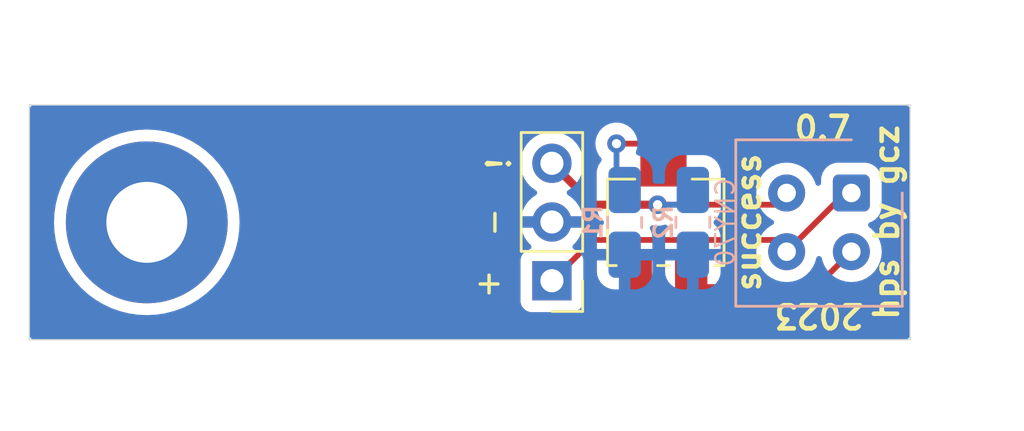
<source format=kicad_pcb>
(kicad_pcb (version 20221018) (generator pcbnew)
  (layers (0 "F.Cu" signal) (31 "B.Cu" signal) (34 "B.Paste" user) (35 "F.Paste" user) (36 "B.SilkS" user "B.Silkscreen") (37 "F.SilkS" user "F.Silkscreen") (38 "B.Mask" user) (39 "F.Mask" user) (44 "Edge.Cuts" user))
  (net 0 "")
  (net 1 "GND")
  (net 2 "Net-(J0-Pin_1)")
  (net 3 "Net-(J0-Pin_3)")
  (net 4 "Net-(R1-Pad1)")
  (net 6 "Net-(U1-K)")
  (footprint "Connector_PinHeader_2.54mm:PinHeader_1x03_P2.54mm_Vertical" (layer "F.Cu") (at 122.936 100.315 180)
    (fp_text reference "J0" hide)
    (fp_text value "Conn_01x03_Male")
    (fp_line (start -1.33 -1.33) (end 0 -1.33) (stroke (width 0.12)) (layer "F.SilkS"))
    (fp_line (start -1.33 0) (end -1.33 -1.33) (stroke (width 0.12)) (layer "F.SilkS"))
    (fp_line (start -1.33 1.27) (end -1.33 6.41) (stroke (width 0.12)) (layer "F.SilkS"))
    (fp_line (start -1.33 1.27) (end 1.33 1.27) (stroke (width 0.12)) (layer "F.SilkS"))
    (fp_line (start -1.33 6.41) (end 1.33 6.41) (stroke (width 0.12)) (layer "F.SilkS"))
    (fp_line (start 1.33 1.27) (end 1.33 6.41) (stroke (width 0.12)) (layer "F.SilkS"))
    (pad "1" thru_hole rect (at 0 0 180) (size 1.7 1.7) (drill 1) (layers "*.Cu" "*.Mask") (net 2 "Net-(J0-Pin_1)"))
    (pad "2" thru_hole oval (at 0 2.54 180) (size 1.7 1.7) (drill 1) (layers "*.Cu" "*.Mask") (net 1 "GND"))
    (pad "3" thru_hole oval (at 0 5.08 180) (size 1.7 1.7) (drill 1) (layers "*.Cu" "*.Mask") (net 3 "Net-(J0-Pin_3)"))
  )
  (footprint "MountingHole:MountingHole_3.5mm_Pad_TopBottom" (layer "F.Cu") (at 105.41 97.79)
    (fp_text reference "H0" hide)
    (fp_text value "MountingHole" hide)
    (pad "1" thru_hole circle (at 0 0) (size 3.9 3.9) (drill 3.5) (layers "*.Cu" "*.Mask"))
    (pad "1" connect circle (at 0 0) (size 7 7) (layers "F.Cu" "F.Mask"))
    (pad "1" connect circle (at 0 0) (size 7 7) (layers "B.Cu" "B.Mask"))
  )
  (footprint "stem_piano_footprints:Bourns_3224X_Vertical_bigpads" (layer "F.Cu") (at 127.762 97.79 180)
    (fp_text reference "RV0" hide)
    (fp_text value "R_Potentiometer_Trim" hide)
    (fp_line (start -2.62 -1.87) (end -2.62 1.87) (stroke (width 0.12)) (layer "F.SilkS"))
    (fp_line (start -2.62 1.87) (end -1.24 1.87) (stroke (width 0.12)) (layer "F.SilkS"))
    (fp_line (start -2.59 -1.87) (end -2.21 -1.87) (stroke (width 0.12)) (layer "F.SilkS"))
    (fp_line (start -0.26 -1.87) (end 0.26 -1.87) (stroke (width 0.12)) (layer "F.SilkS"))
    (fp_line (start 1.24 1.87) (end 2.42 1.87) (stroke (width 0.12)) (layer "F.SilkS"))
    (fp_line (start 2.04 -1.87) (end 2.42 -1.87) (stroke (width 0.12)) (layer "F.SilkS"))
    (fp_line (start 2.42 -1.87) (end 2.42 1.87) (stroke (width 0.12)) (layer "F.SilkS"))
    (pad "1" smd rect (at 1.2 -2.8 180) (size 1.4 2.5) (layers "F.Cu" "F.Paste" "F.Mask"))
    (pad "2" smd rect (at 0 2.8 180) (size 2 2.5) (layers "F.Cu" "F.Paste" "F.Mask") (net 4 "Net-(R1-Pad1)"))
    (pad "3" smd rect (at -1.2 -2.8 180) (size 1.4 2.5) (layers "F.Cu" "F.Paste" "F.Mask") (net 6 "Net-(U1-K)"))
  )
  (footprint "OptoDevice:Vishay_CNY70" (layer "B.Cu") (at 135.89 96.52 180)
    (fp_text reference "U1" hide)
    (fp_text value "CNY70" (at 5.461 -1.27 270) (layer "B.SilkS") (effects (font (size 0.8 0.8) (thickness 0.1)) (justify mirror)))
    (fp_line (start -2.2 -4.9) (end 5 -4.9) (stroke (width 0.12)) (layer "B.SilkS"))
    (fp_line (start -2.2 0) (end -2.2 -4.9) (stroke (width 0.12)) (layer "B.SilkS"))
    (fp_line (start 5 -4.9) (end 5 2.3) (stroke (width 0.12)) (layer "B.SilkS"))
    (fp_line (start 5 2.3) (end 0 2.3) (stroke (width 0.12)) (layer "B.SilkS"))
    (pad "1" thru_hole roundrect locked (at 0 0 180) (size 1.6 1.6) (drill 0.8) (layers "*.Cu" "*.Mask") (roundrect_rratio 0.156) (net 2 "Net-(J0-Pin_1)"))
    (pad "2" thru_hole circle locked (at 0 -2.54 180) (size 1.6 1.6) (drill 0.8) (layers "*.Cu" "*.Mask") (net 6 "Net-(U1-K)"))
    (pad "3" thru_hole circle locked (at 2.8 -2.54 180) (size 1.6 1.6) (drill 0.8) (layers "*.Cu" "*.Mask") (net 2 "Net-(J0-Pin_1)"))
    (pad "4" thru_hole circle locked (at 2.8 0 180) (size 1.6 1.6) (drill 0.8) (layers "*.Cu" "*.Mask") (net 3 "Net-(J0-Pin_3)"))
  )
  (footprint "stem_piano_footprints:R_0805_2012_1.20x1.40mm_bigpad" (layer "B.Cu") (at 126.082 97.79 -90)
    (fp_text reference "R1" (at 0 1.368 90) (layer "B.SilkS") (effects (font (size 0.75 0.75)) (justify mirror)))
    (fp_text value "Resistor")
    (fp_line (start -0.227064 -0.735) (end 0.227064 -0.735) (stroke (width 0.12)) (layer "B.SilkS"))
    (fp_line (start -0.227064 0.735) (end 0.227064 0.735) (stroke (width 0.12)) (layer "B.SilkS"))
    (pad "1" smd roundrect (at -1.4 0 270) (size 2 1.4) (layers "B.Cu" "B.Paste" "B.Mask") (roundrect_rratio 0.208) (net 4 "Net-(R1-Pad1)"))
    (pad "2" smd roundrect (at 1.4 0 270) (size 2 1.4) (layers "B.Cu" "B.Paste" "B.Mask") (roundrect_rratio 0.208) (net 1 "GND"))
  )
  (footprint "stem_piano_footprints:R_0805_2012_1.20x1.40mm_bigpad" (layer "B.Cu") (at 129.032 97.79 -90)
    (fp_text reference "R2" (at 0 1.27 90) (layer "B.SilkS") (effects (font (size 0.75 0.75)) (justify mirror)))
    (fp_text value "Resistor")
    (fp_line (start -0.227064 -0.735) (end 0.227064 -0.735) (stroke (width 0.12)) (layer "B.SilkS"))
    (fp_line (start -0.227064 0.735) (end 0.227064 0.735) (stroke (width 0.12)) (layer "B.SilkS"))
    (pad "1" smd roundrect (at -1.4 0 270) (size 2 1.4) (layers "B.Cu" "B.Paste" "B.Mask") (roundrect_rratio 0.208) (net 3 "Net-(J0-Pin_3)"))
    (pad "2" smd roundrect (at 1.4 0 270) (size 2 1.4) (layers "B.Cu" "B.Paste" "B.Mask") (roundrect_rratio 0.208) (net 1 "GND"))
  )
  (gr_line (start 100.33 102.87) (end 138.43 102.87) (stroke (width 0.05)) (layer "Edge.Cuts"))
  (gr_line (start 138.43 92.71) (end 100.33 92.71) (stroke (width 0.05)) (layer "Edge.Cuts"))
  (gr_line (start 100.33 92.71) (end 100.33 102.87) (stroke (width 0.05)) (layer "Edge.Cuts"))
  (gr_line (start 138.43 92.71) (end 138.43 102.87) (stroke (width 0.05)) (layer "Edge.Cuts"))
  (gr_text "0.7" (at 134.6454 93.726) (layer "F.SilkS") (effects (font (size 1 1) (thickness 0.2))))
  (gr_text "-" (at 120.396 97.79 90) (layer "F.SilkS") (effects (font (size 1 1))))
  (gr_text "success" (at 131.445 97.79 90) (layer "F.SilkS") (effects (font (size 1 1) (thickness 0.2))))
  (gr_text "!" (at 120.65 95.25 90) (layer "F.SilkS") (effects (font (size 1 1))))
  (gr_text "2023" (at 134.493 101.8286 180) (layer "F.SilkS") (effects (font (size 1 1) (thickness 0.2))))
  (gr_text "hps by gcz" (at 137.414 97.79 90) (layer "F.SilkS") (effects (font (size 1 1) (thickness 0.2))))
  (gr_text "+" (at 120.142 100.457 90) (layer "F.SilkS") (effects (font (size 1 1))))
  (segment (start 124.714 98.552) (end 132.582 98.552) (width 0.25) (layer "F.Cu") (net 2))
  (segment (start 132.582 98.552) (end 133.09 99.06) (width 0.25) (layer "F.Cu") (net 2))
  (segment (start 135.63 96.52) (end 135.89 96.52) (width 0.25) (layer "F.Cu") (net 2))
  (segment (start 122.951 100.315) (end 124.714 98.552) (width 0.25) (layer "F.Cu") (net 2))
  (segment (start 133.09 99.06) (end 135.63 96.52) (width 0.25) (layer "F.Cu") (net 2))
  (segment (start 127.508 97.028) (end 132.582 97.028) (width 0.25) (layer "F.Cu") (net 3))
  (segment (start 132.582 97.028) (end 133.09 96.52) (width 0.25) (layer "F.Cu") (net 3))
  (segment (start 124.729 97.028) (end 127.508 97.028) (width 0.35) (layer "F.Cu") (net 3))
  (segment (start 122.936 95.235) (end 124.729 97.028) (width 0.35) (layer "F.Cu") (net 3))
  (via (at 127.508 97.028) (size 0.8) (drill 0.4) (layers "F.Cu" "B.Cu") (net 3))
  (segment (start 127.508 97.028) (end 128.394 97.028) (width 0.25) (layer "B.Cu") (net 3))
  (segment (start 128.394 97.028) (end 129.032 96.39) (width 0.25) (layer "B.Cu") (net 3))
  (segment (start 125.73 94.3864) (end 127.1584 94.3864) (width 0.25) (layer "F.Cu") (net 4))
  (via (at 125.73 94.3864) (size 0.8) (drill 0.4) (layers "F.Cu" "B.Cu") (net 4))
  (segment (start 125.73 94.3864) (end 125.73 96.038) (width 0.25) (layer "B.Cu") (net 4))
  (segment (start 125.73 96.038) (end 126.082 96.39) (width 0.25) (layer "B.Cu") (net 4))
  (segment (start 128.962 100.59) (end 134.36 100.59) (width 0.25) (layer "F.Cu") (net 6))
  (segment (start 134.36 100.59) (end 135.89 99.06) (width 0.25) (layer "F.Cu") (net 6))
  (zone (net 1) (net_name "GND") (layer "B.Cu") (connect_pads (clearance 0.508)) (min_thickness 0.25) (fill yes (thermal_gap 0.5) (thermal_bridge_width 0.5))
    (polygon (pts (xy 99.06 91.44) (xy 142.24 91.44) (xy 142.24 104.14) (xy 99.06 104.14)))
  )
)
</source>
